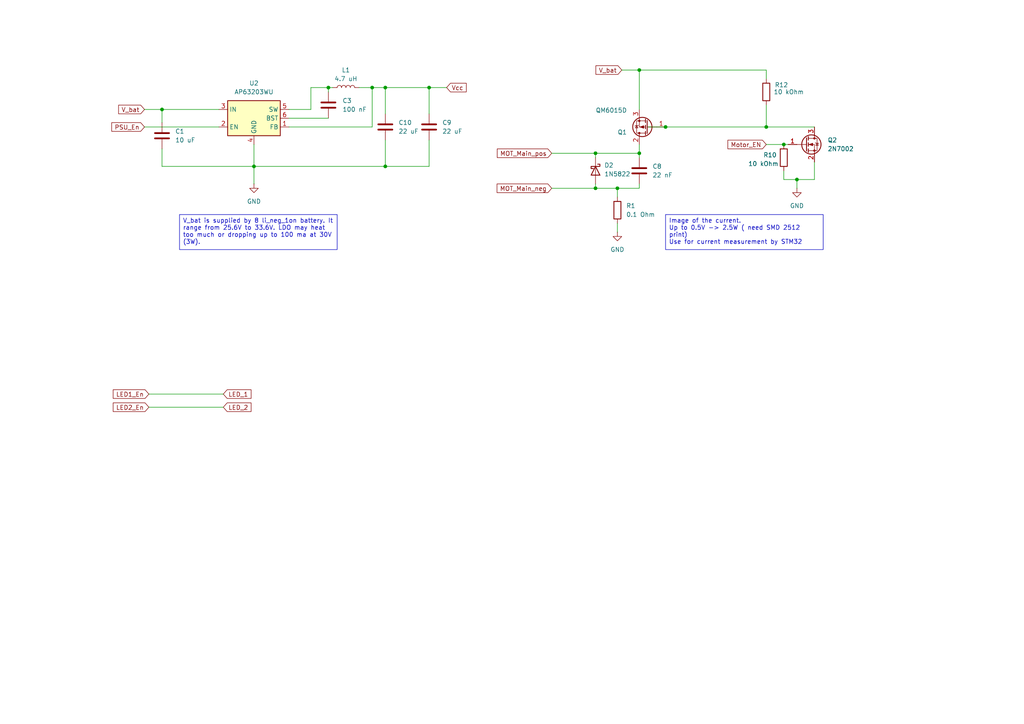
<source format=kicad_sch>
(kicad_sch (version 20231120) (generator "eeschema") (generator_version "8.0")
  (paper "A4")
  (lib_symbols
    (symbol "Device:C" (pin_numbers hide) (pin_names (offset 0.254))
      (property "Reference" "C" (at 0.635 2.54 0))
      (property "Value" "C" (at 0.635 -2.54 0))
      (symbol "C_0_1"
        (polyline (pts (xy -2.032 -0.762) (xy 2.032 -0.762)) (stroke (width 0.508)))
        (polyline (pts (xy -2.032 0.762) (xy 2.032 0.762)) (stroke (width 0.508)))
      )
      (symbol "C_1_1"
        (pin passive line (at 0 3.81 270) (length 2.794) (name "~") (number "1"))
        (pin passive line (at 0 -3.81 90) (length 2.794) (name "~") (number "2"))
      )
    )
    (symbol "Device:L" (pin_numbers hide) (pin_names (offset 1.016) hide)
      (property "Reference" "L" (at -1.27 0 90))
      (property "Value" "L" (at 1.905 0 90))
      (symbol "L_0_1"
        (arc (start 0 -2.54) (mid 0.6323 -1.905) (end 0 -1.27))
        (arc (start 0 -1.27) (mid 0.6323 -0.635) (end 0 0))
        (arc (start 0 0) (mid 0.6323 0.635) (end 0 1.27))
        (arc (start 0 1.27) (mid 0.6323 1.905) (end 0 2.54))
      )
      (symbol "L_1_1"
        (pin passive line (at 0 3.81 270) (length 1.27) (name "1") (number "1"))
        (pin passive line (at 0 -3.81 90) (length 1.27) (name "2") (number "2"))
      )
    )
    (symbol "Device:R" (pin_numbers hide) (pin_names (offset 0))
      (property "Reference" "R" (at 2.032 0 90))
      (property "Value" "R" (at 0 0 90))
      (symbol "R_0_1"
        (rectangle (start -1.016 -2.54) (end 1.016 2.54) (stroke (width 0.254)))
      )
      (symbol "R_1_1"
        (pin passive line (at 0 3.81 270) (length 1.27) (name "~") (number "1"))
        (pin passive line (at 0 -3.81 90) (length 1.27) (name "~") (number "2"))
      )
    )
    (symbol "Diode:1N5822" (pin_numbers hide) (pin_names (offset 1.016) hide)
      (property "Reference" "D" (at 0 2.54 0))
      (property "Value" "1N5822" (at 0 -2.54 0))
      (symbol "1N5822_0_1"
        (polyline (pts (xy 1.27 0) (xy -1.27 0)))
        (polyline (pts (xy 1.27 1.27) (xy 1.27 -1.27) (xy -1.27 0) (xy 1.27 1.27)) (stroke (width 0.254)))
        (polyline (pts (xy -1.905 0.635) (xy -1.905 1.27) (xy -1.27 1.27) (xy -1.27 -1.27) (xy -0.635 -1.27) (xy -0.635 -0.635)) (stroke (width 0.254)))
      )
      (symbol "1N5822_1_1"
        (pin passive line (at -3.81 0 0) (length 2.54) (name "K") (number "1"))
        (pin passive line (at 3.81 0 180) (length 2.54) (name "A") (number "2"))
      )
    )
    (symbol "Regulator_Switching:AP63203WU"
      (property "Reference" "U" (at -7.62 6.35 0))
      (property "Value" "AP63203WU" (at 2.54 6.35 0))
      (symbol "AP63203WU_0_1"
        (rectangle (start -7.62 5.08) (end 7.62 -5.08) (stroke (width 0.254)) (fill (type background)))
      )
      (symbol "AP63203WU_1_1"
        (pin input line (at 10.16 -2.54 180) (length 2.54) (name "FB") (number "1"))
        (pin input line (at -10.16 -2.54 0) (length 2.54) (name "EN") (number "2"))
        (pin power_in line (at -10.16 2.54 0) (length 2.54) (name "IN") (number "3"))
        (pin power_in line (at 0 -7.62 90) (length 2.54) (name "GND") (number "4"))
        (pin output line (at 10.16 2.54 180) (length 2.54) (name "SW") (number "5"))
        (pin passive line (at 10.16 0 180) (length 2.54) (name "BST") (number "6"))
      )
    )
    (symbol "Transistor_FET:2N7002" (pin_names hide)
      (property "Reference" "Q" (at 5.08 1.905 0))
      (property "Value" "2N7002" (at 5.08 0 0))
      (symbol "2N7002_0_1"
        (polyline (pts (xy 0.254 0) (xy -2.54 0)))
        (polyline (pts (xy 0.254 1.905) (xy 0.254 -1.905)) (stroke (width 0.254)))
        (polyline (pts (xy 0.762 -1.27) (xy 0.762 -2.286)) (stroke (width 0.254)))
        (polyline (pts (xy 0.762 0.508) (xy 0.762 -0.508)) (stroke (width 0.254)))
        (polyline (pts (xy 0.762 2.286) (xy 0.762 1.27)) (stroke (width 0.254)))
        (polyline (pts (xy 2.54 2.54) (xy 2.54 1.778)))
        (polyline (pts (xy 2.54 -2.54) (xy 2.54 0) (xy 0.762 0)))
        (polyline (pts (xy 0.762 -1.778) (xy 3.302 -1.778) (xy 3.302 1.778) (xy 0.762 1.778)))
        (polyline (pts (xy 1.016 0) (xy 2.032 0.381) (xy 2.032 -0.381) (xy 1.016 0)) (fill (type outline)))
        (polyline (pts (xy 2.794 0.508) (xy 2.921 0.381) (xy 3.683 0.381) (xy 3.81 0.254)))
        (polyline (pts (xy 3.302 0.381) (xy 2.921 -0.254) (xy 3.683 -0.254) (xy 3.302 0.381)))
        (circle (center 1.651 0) (radius 2.794) (stroke (width 0.254)))
        (circle (center 2.54 -1.778) (radius 0.254) (fill (type outline)))
        (circle (center 2.54 1.778) (radius 0.254) (fill (type outline)))
      )
      (symbol "2N7002_1_1"
        (pin input line (at -5.08 0 0) (length 2.54) (name "G") (number "1"))
        (pin passive line (at 2.54 -5.08 90) (length 2.54) (name "S") (number "2"))
        (pin passive line (at 2.54 5.08 270) (length 2.54) (name "D") (number "3"))
      )
    )
    (symbol "Transistor_FET:QM6015D" (pin_names hide)
      (property "Reference" "Q" (at 5.08 1.905 0))
      (property "Value" "QM6015D" (at 5.08 0 0))
      (symbol "QM6015D_0_1"
        (polyline (pts (xy 0.254 0) (xy -2.54 0)))
        (polyline (pts (xy 0.254 1.905) (xy 0.254 -1.905)) (stroke (width 0.254)))
        (polyline (pts (xy 0.762 -1.27) (xy 0.762 -2.286)) (stroke (width 0.254)))
        (polyline (pts (xy 0.762 0.508) (xy 0.762 -0.508)) (stroke (width 0.254)))
        (polyline (pts (xy 0.762 2.286) (xy 0.762 1.27)) (stroke (width 0.254)))
        (polyline (pts (xy 2.54 2.54) (xy 2.54 1.778)))
        (polyline (pts (xy 2.54 -2.54) (xy 2.54 0) (xy 0.762 0)))
        (polyline (pts (xy 0.762 1.778) (xy 3.302 1.778) (xy 3.302 -1.778) (xy 0.762 -1.778)))
        (polyline (pts (xy 2.286 0) (xy 1.27 0.381) (xy 1.27 -0.381) (xy 2.286 0)) (fill (type outline)))
        (polyline (pts (xy 2.794 -0.508) (xy 2.921 -0.381) (xy 3.683 -0.381) (xy 3.81 -0.254)))
        (polyline (pts (xy 3.302 -0.381) (xy 2.921 0.254) (xy 3.683 0.254) (xy 3.302 -0.381)))
        (circle (center 1.651 0) (radius 2.794) (stroke (width 0.254)))
        (circle (center 2.54 -1.778) (radius 0.254) (fill (type outline)))
        (circle (center 2.54 1.778) (radius 0.254) (fill (type outline)))
      )
      (symbol "QM6015D_1_1"
        (pin passive line (at -5.08 0 0) (length 2.54) (name "G") (number "1"))
        (pin passive line (at 2.54 5.08 270) (length 2.54) (name "D") (number "2"))
        (pin passive line (at 2.54 -5.08 90) (length 2.54) (name "S") (number "3"))
      )
    )
    (symbol "power:GND" (power) (pin_numbers hide) (pin_names (offset 0) hide)
      (property "Value" "GND" (at 0 -3.81 0))
      (symbol "GND_0_1"
        (polyline (pts (xy 0 0) (xy 0 -1.27) (xy 1.27 -1.27) (xy 0 -2.54) (xy -1.27 -1.27) (xy 0 -1.27)))
      )
      (symbol "GND_1_1"
        (pin power_in line (at 0 0 270) (length 0) (name "~") (number "1"))
      )
    )
  )
  (junction (at 46.99 31.75))
  (junction (at 172.72 54.61))
  (junction (at 185.42 20.32))
  (junction (at 124.46 25.4))
  (junction (at 73.66 48.26))
  (junction (at 95.25 25.4))
  (junction (at 107.95 25.4))
  (junction (at 222.25 36.83))
  (junction (at 111.76 25.4))
  (junction (at 172.72 44.45))
  (junction (at 231.14 52.07))
  (junction (at 185.42 44.45))
  (junction (at 179.07 54.61))
  (junction (at 193.04 36.83))
  (junction (at 111.76 48.26))
  (junction (at 227.33 41.91))
  (wire (pts (xy 227.33 52.07) (xy 231.14 52.07)))
  (wire (pts (xy 111.76 33.02) (xy 111.76 25.4)))
  (wire (pts (xy 83.82 34.29) (xy 95.25 34.29)))
  (wire (pts (xy 172.72 54.61) (xy 179.07 54.61)))
  (wire (pts (xy 46.99 43.18) (xy 46.99 48.26)))
  (wire (pts (xy 95.25 26.67) (xy 95.25 25.4)))
  (wire (pts (xy 73.66 41.91) (xy 73.66 48.26)))
  (wire (pts (xy 124.46 25.4) (xy 124.46 33.02)))
  (wire (pts (xy 90.17 25.4) (xy 95.25 25.4)))
  (wire (pts (xy 124.46 25.4) (xy 129.54 25.4)))
  (wire (pts (xy 185.42 20.32) (xy 185.42 31.75)))
  (wire (pts (xy 124.46 40.64) (xy 124.46 48.26)))
  (wire (pts (xy 231.14 52.07) (xy 236.22 52.07)))
  (wire (pts (xy 227.33 41.91) (xy 228.6 41.91)))
  (wire (pts (xy 231.14 52.07) (xy 231.14 54.61)))
  (wire (pts (xy 172.72 53.34) (xy 172.72 54.61)))
  (wire (pts (xy 111.76 25.4) (xy 107.95 25.4)))
  (wire (pts (xy 185.42 41.91) (xy 185.42 44.45)))
  (wire (pts (xy 227.33 49.53) (xy 227.33 52.07)))
  (wire (pts (xy 111.76 25.4) (xy 124.46 25.4)))
  (wire (pts (xy 41.91 31.75) (xy 46.99 31.75)))
  (wire (pts (xy 124.46 48.26) (xy 111.76 48.26)))
  (wire (pts (xy 236.22 46.99) (xy 236.22 52.07)))
  (wire (pts (xy 46.99 31.75) (xy 46.99 35.56)))
  (wire (pts (xy 179.07 54.61) (xy 185.42 54.61)))
  (wire (pts (xy 107.95 25.4) (xy 107.95 36.83)))
  (wire (pts (xy 90.17 25.4) (xy 90.17 31.75)))
  (wire (pts (xy 236.22 36.83) (xy 222.25 36.83)))
  (wire (pts (xy 160.02 44.45) (xy 172.72 44.45)))
  (wire (pts (xy 185.42 45.72) (xy 185.42 44.45)))
  (wire (pts (xy 185.42 44.45) (xy 172.72 44.45)))
  (wire (pts (xy 43.18 118.11) (xy 64.77 118.11)))
  (wire (pts (xy 222.25 41.91) (xy 227.33 41.91)))
  (wire (pts (xy 73.66 48.26) (xy 111.76 48.26)))
  (wire (pts (xy 222.25 20.32) (xy 222.25 22.86)))
  (wire (pts (xy 107.95 25.4) (xy 104.14 25.4)))
  (wire (pts (xy 193.04 36.83) (xy 222.25 36.83)))
  (wire (pts (xy 185.42 20.32) (xy 222.25 20.32)))
  (wire (pts (xy 222.25 30.48) (xy 222.25 36.83)))
  (wire (pts (xy 43.18 114.3) (xy 64.77 114.3)))
  (wire (pts (xy 96.52 25.4) (xy 95.25 25.4)))
  (wire (pts (xy 111.76 40.64) (xy 111.76 48.26)))
  (wire (pts (xy 83.82 36.83) (xy 107.95 36.83)))
  (wire (pts (xy 179.07 54.61) (xy 179.07 57.15)))
  (wire (pts (xy 41.91 36.83) (xy 63.5 36.83)))
  (wire (pts (xy 172.72 44.45) (xy 172.72 45.72)))
  (wire (pts (xy 179.07 64.77) (xy 179.07 67.31)))
  (wire (pts (xy 185.42 53.34) (xy 185.42 54.61)))
  (wire (pts (xy 46.99 31.75) (xy 63.5 31.75)))
  (wire (pts (xy 73.66 48.26) (xy 73.66 53.34)))
  (wire (pts (xy 46.99 48.26) (xy 73.66 48.26)))
  (wire (pts (xy 180.34 20.32) (xy 185.42 20.32)))
  (wire (pts (xy 90.17 31.75) (xy 83.82 31.75)))
  (wire (pts (xy 172.72 54.61) (xy 160.02 54.61)))
  (wire (pts (xy 187.96 36.83) (xy 193.04 36.83)))
  (text_box "V_bat is supplied by 8 li_neg_1on battery. It range from 25.6V to 33.6V. LDO may heat too much or dropping up to 100 ma at 30V (3W)." (at 52.07 62.23 0) (size 45.72 10.16) (effects (font (size 1.27 1.27)) (justify left top)))
  (text_box "Image of the current.\nUp to 0.5V -> 2.5W ( need SMD 2512 print)\nUse for current measurement by STM32\n" (at 193.04 62.23 0) (size 45.72 10.16) (effects (font (size 1.27 1.27)) (justify left top)))
  (global_label "Motor_EN" (shape input) (at 222.25 41.91 180) (property "Intersheetrefs" "${INTERSHEET_REFS}" (effects (hide yes))))
  (global_label "LED1_En" (shape input) (at 43.18 114.3 180) (property "Intersheetrefs" "${INTERSHEET_REFS}" (effects (hide yes))))
  (global_label "LED_1" (shape input) (at 64.77 114.3 0) (property "Intersheetrefs" "${INTERSHEET_REFS}" (effects (hide yes))))
  (global_label "MOT_Main_neg" (shape input) (at 160.02 54.61 180) (property "Intersheetrefs" "${INTERSHEET_REFS}" (effects (hide yes))))
  (global_label "Vcc" (shape input) (at 129.54 25.4 0) (property "Intersheetrefs" "${INTERSHEET_REFS}" (effects (hide yes))))
  (global_label "LED2_En" (shape input) (at 43.18 118.11 180) (property "Intersheetrefs" "${INTERSHEET_REFS}" (effects (hide yes))))
  (global_label "LED_2" (shape input) (at 64.77 118.11 0) (property "Intersheetrefs" "${INTERSHEET_REFS}" (effects (hide yes))))
  (global_label "V_bat" (shape input) (at 41.91 31.75 180) (property "Intersheetrefs" "${INTERSHEET_REFS}" (effects (hide yes))))
  (global_label "PSU_En" (shape input) (at 41.91 36.83 180) (property "Intersheetrefs" "${INTERSHEET_REFS}" (effects (hide yes))))
  (global_label "MOT_Main_pos" (shape input) (at 160.02 44.45 180) (property "Intersheetrefs" "${INTERSHEET_REFS}" (effects (hide yes))))
  (global_label "V_bat" (shape input) (at 180.34 20.32 180) (property "Intersheetrefs" "${INTERSHEET_REFS}" (effects (hide yes))))
  (symbol (lib_id "Diode:1N5822") (at 172.72 49.53 270) (unit 1)
    (property "Reference" "D2" (at 175.26 47.9424 90) (effects (justify left)))
    (property "Value" "1N5822" (at 175.26 50.4824 90) (effects (justify left)))
    (property "Footprint" "Diode_SMD:D_SMA" (effects (hide yes)))
    (property "Datasheet" "http://www.vishay.com/docs/88526/1n5820.pdf" (effects (hide yes)))
    (property "Description" "40V 3A Schottky Barrier Rectifier Diode, DO-201AD" (effects (hide yes)))
  )
  (symbol (lib_id "Device:R") (at 179.07 60.96 0) (unit 1)
    (property "Reference" "R1" (at 181.61 59.6899 0) (effects (justify left)))
    (property "Value" "0.1 Ohm" (at 181.61 62.2299 0) (effects (justify left)))
    (property "Footprint" "Resistor_SMD:R_2512_6332Metric_Pad1.40x3.35mm_HandSolder" (effects (hide yes)))
    (property "Description" "Resistor" (effects (hide yes)))
  )
  (symbol (lib_id "Device:R") (at 227.33 45.72 180) (unit 1)
    (property "Reference" "R10" (at 225.298 44.958 0) (effects (justify left)))
    (property "Value" "10 kOhm" (at 225.806 47.498 0) (effects (justify left)))
    (property "Footprint" "Resistor_SMD:R_0201_0603Metric_Pad0.64x0.40mm_HandSolder" (effects (hide yes)))
    (property "Description" "Resistor" (effects (hide yes)))
  )
  (symbol (lib_id "Device:C") (at 124.46 36.83 0) (unit 1)
    (property "Reference" "C9" (at 128.27 35.5599 0) (effects (justify left)))
    (property "Value" "22 uF" (at 128.27 38.0999 0) (effects (justify left)))
    (property "Footprint" "Capacitor_SMD:C_0603_1608Metric_Pad1.08x0.95mm_HandSolder" (effects (hide yes)))
    (property "Description" "Unpolarized capacitor" (effects (hide yes)))
  )
  (symbol (lib_id "Transistor_FET:QM6015D") (at 187.96 36.83 180) (unit 1)
    (property "Reference" "Q1" (at 181.864 38.354 0) (effects (justify left)))
    (property "Value" "QM6015D" (at 181.864 32.004 0) (effects (justify left)))
    (property "Footprint" "Package_TO_SOT_SMD:TO-252-2" (effects (hide yes)))
    (property "Datasheet" "http://www.jaolen.com/images/pdf/QM6015D.pdf" (effects (hide yes)))
    (property "Description" "-35A Id, -60V Vds, P-Channel Power MOSFET, 25mOhm Ron, 25.0nC Qg (typ), TO252" (effects (hide yes)))
  )
  (symbol (lib_id "Device:C") (at 46.99 39.37 0) (unit 1)
    (property "Reference" "C1" (at 50.8 38.0999 0) (effects (justify left)))
    (property "Value" "10 uF" (at 50.8 40.6399 0) (effects (justify left)))
    (property "Footprint" "Capacitor_SMD:C_1206_3216Metric_Pad1.33x1.80mm_HandSolder" (effects (hide yes)))
    (property "Description" "Unpolarized capacitor" (effects (hide yes)))
  )
  (symbol (lib_id "power:GND") (at 179.07 67.31 0) (unit 1)
    (property "Reference" "#PWR09" (effects (hide yes)))
    (property "Value" "GND" (at 179.07 72.39 0))
    (property "Description" "Power symbol creates a global label with name \"GND\" , ground" (effects (hide yes)))
  )
  (symbol (lib_id "Device:L") (at 100.33 25.4 90) (unit 1)
    (property "Reference" "L1" (at 100.33 20.32 90))
    (property "Value" "4.7 uH" (at 100.33 22.86 90))
    (property "Footprint" "Inductor_SMD:L_0603_1608Metric_Pad1.05x0.95mm_HandSolder" (effects (hide yes)))
    (property "Description" "Inductor" (effects (hide yes)))
  )
  (symbol (lib_id "Regulator_Switching:AP63203WU") (at 73.66 34.29 0) (unit 1)
    (property "Reference" "U2" (at 73.66 24.13 0))
    (property "Value" "AP63203WU" (at 73.66 26.67 0))
    (property "Footprint" "Package_TO_SOT_SMD:TSOT-23-6" (effects (hide yes)))
    (property "Datasheet" "https://www.diodes.com/assets/Datasheets/AP63200-AP63201-AP63203-AP63205.pdf" (effects (hide yes)))
    (property "Description" "2A, 1.1MHz Buck DC/DC Converter, fixed 3.3V output voltage, TSOT-23-6" (effects (hide yes)))
  )
  (symbol (lib_id "power:GND") (at 73.66 53.34 0) (unit 1)
    (property "Reference" "#PWR02" (effects (hide yes)))
    (property "Value" "GND" (at 73.66 58.42 0))
    (property "Description" "Power symbol creates a global label with name \"GND\" , ground" (effects (hide yes)))
  )
  (symbol (lib_id "Device:C") (at 111.76 36.83 0) (unit 1)
    (property "Reference" "C10" (at 115.57 35.5599 0) (effects (justify left)))
    (property "Value" "22 uF" (at 115.57 38.0999 0) (effects (justify left)))
    (property "Footprint" "Capacitor_SMD:C_0603_1608Metric_Pad1.08x0.95mm_HandSolder" (effects (hide yes)))
    (property "Description" "Unpolarized capacitor" (effects (hide yes)))
  )
  (symbol (lib_id "Device:C") (at 95.25 30.48 0) (unit 1)
    (property "Reference" "C3" (at 99.314 29.21 0) (effects (justify left)))
    (property "Value" "100 nF" (at 99.314 31.75 0) (effects (justify left)))
    (property "Footprint" "Capacitor_SMD:C_0201_0603Metric_Pad0.64x0.40mm_HandSolder" (effects (hide yes)))
    (property "Description" "Unpolarized capacitor" (effects (hide yes)))
  )
  (symbol (lib_id "Transistor_FET:2N7002") (at 233.68 41.91 0) (unit 1)
    (property "Reference" "Q2" (at 240.03 40.6399 0) (effects (justify left)))
    (property "Value" "2N7002" (at 240.03 43.1799 0) (effects (justify left)))
    (property "Footprint" "Package_TO_SOT_SMD:SOT-23" (effects (hide yes)))
    (property "Datasheet" "https://www.onsemi.com/pub/Collateral/NDS7002A-D.PDF" (effects (hide yes)))
    (property "Description" "0.115A Id, 60V Vds, N-Channel MOSFET, SOT-23" (effects (hide yes)))
  )
  (symbol (lib_id "Device:R") (at 222.25 26.67 180) (unit 1)
    (property "Reference" "R12" (at 228.6 24.638 0) (effects (justify left)))
    (property "Value" "10 kOhm" (at 233.172 26.67 0) (effects (justify left)))
    (property "Footprint" "Resistor_SMD:R_0201_0603Metric_Pad0.64x0.40mm_HandSolder" (effects (hide yes)))
    (property "Description" "Resistor" (effects (hide yes)))
  )
  (symbol (lib_id "Device:C") (at 185.42 49.53 0) (unit 1)
    (property "Reference" "C8" (at 189.23 48.2599 0) (effects (justify left)))
    (property "Value" "22 nF" (at 189.23 50.7999 0) (effects (justify left)))
    (property "Footprint" "Capacitor_SMD:C_0603_1608Metric_Pad1.08x0.95mm_HandSolder" (effects (hide yes)))
    (property "Description" "Unpolarized capacitor" (effects (hide yes)))
  )
  (symbol (lib_id "power:GND") (at 231.14 54.61 0) (unit 1)
    (property "Reference" "#PWR013" (effects (hide yes)))
    (property "Value" "GND" (at 231.14 59.69 0))
    (property "Description" "Power symbol creates a global label with name \"GND\" , ground" (effects (hide yes)))
  )
)
</source>
